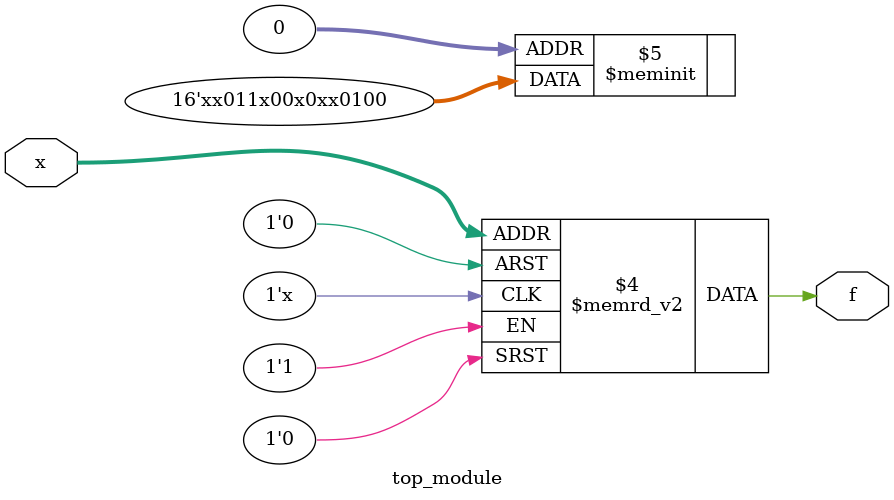
<source format=sv>
module top_module (
    input [4:1] x,
    output logic f
);

always_comb begin
    case ({x[4:3], x[2:1]})
        4'b0001, 4'b0011, 4'b1000, 4'b1001: f = 1'b0;
        4'b0010, 4'b1011, 4'b1100: f = 1'b1;
        4'b0100, 4'b0101, 4'b0111, 4'b1010, 4'b1110, 4'b1111: f = 1'bx;
        default: f = 1'b0;
    endcase
end

endmodule

</source>
